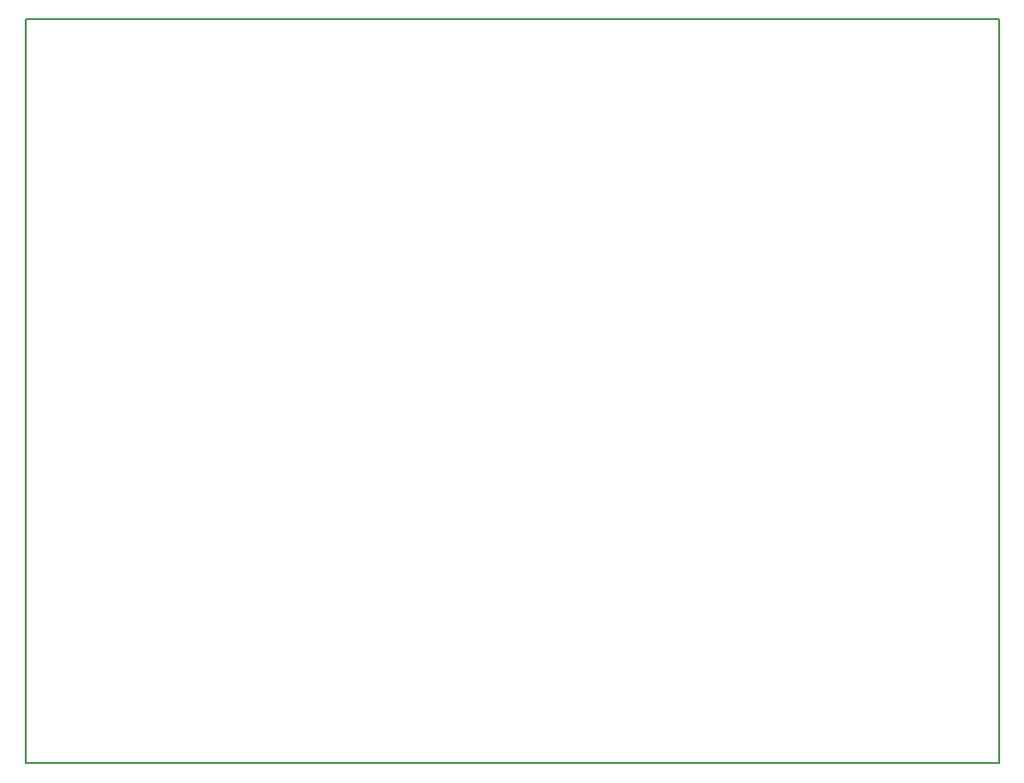
<source format=gbr>
%FSLAX34Y34*%
%MOMM*%
%LNOUTLINE*%
G71*
G01*
%ADD10C, 0.20*%
%LPD*%
G54D10*
X25400Y965200D02*
X889000Y965200D01*
X889000Y304800D01*
X25400Y304800D01*
X25400Y965200D01*
M02*

</source>
